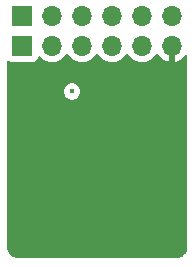
<source format=gbr>
%TF.GenerationSoftware,KiCad,Pcbnew,8.0.8-8.0.8-0~ubuntu24.04.1*%
%TF.CreationDate,2025-03-22T16:56:25+00:00*%
%TF.ProjectId,FSRrayDMUX-ADC,46535272-6179-4444-9d55-582d4144432e,rev?*%
%TF.SameCoordinates,Original*%
%TF.FileFunction,Copper,L3,Inr*%
%TF.FilePolarity,Positive*%
%FSLAX46Y46*%
G04 Gerber Fmt 4.6, Leading zero omitted, Abs format (unit mm)*
G04 Created by KiCad (PCBNEW 8.0.8-8.0.8-0~ubuntu24.04.1) date 2025-03-22 16:56:25*
%MOMM*%
%LPD*%
G01*
G04 APERTURE LIST*
%TA.AperFunction,ComponentPad*%
%ADD10R,1.700000X1.700000*%
%TD*%
%TA.AperFunction,ComponentPad*%
%ADD11O,1.700000X1.700000*%
%TD*%
%TA.AperFunction,ViaPad*%
%ADD12C,0.400000*%
%TD*%
G04 APERTURE END LIST*
D10*
%TO.N,/CS1*%
%TO.C,J1*%
X148500000Y-125500000D03*
D11*
%TO.N,/SCLK*%
X151040000Y-125500000D03*
%TO.N,/MOSI*%
X153580000Y-125500000D03*
%TO.N,/MISO*%
X156120000Y-125500000D03*
%TO.N,/EOC1*%
X158660000Y-125500000D03*
%TO.N,GND*%
X161200000Y-125500000D03*
%TD*%
D10*
%TO.N,/S3*%
%TO.C,J4*%
X148500000Y-122960000D03*
D11*
%TO.N,/S2*%
X151040000Y-122960000D03*
%TO.N,/EN1*%
X153580000Y-122960000D03*
%TO.N,+5V*%
X156120000Y-122960000D03*
%TO.N,/S0*%
X158660000Y-122960000D03*
%TO.N,/S1*%
X161200000Y-122960000D03*
%TD*%
D12*
%TO.N,+5V*%
X152717500Y-129365000D03*
%TO.N,GND*%
X159440000Y-141290000D03*
X148560000Y-141290000D03*
X151280000Y-127100000D03*
%TD*%
%TA.AperFunction,Conductor*%
%TO.N,GND*%
G36*
X161450000Y-126830633D02*
G01*
X161663483Y-126773433D01*
X161663492Y-126773429D01*
X161877578Y-126673600D01*
X162071082Y-126538105D01*
X162238107Y-126371080D01*
X162263925Y-126334209D01*
X162318501Y-126290584D01*
X162388000Y-126283390D01*
X162450355Y-126314912D01*
X162485769Y-126375142D01*
X162489500Y-126405332D01*
X162489500Y-142494587D01*
X162489028Y-142505395D01*
X162475412Y-142661017D01*
X162471659Y-142682303D01*
X162432633Y-142827950D01*
X162425240Y-142848261D01*
X162361517Y-142984915D01*
X162350710Y-143003633D01*
X162264220Y-143127154D01*
X162250326Y-143143712D01*
X162143712Y-143250326D01*
X162127154Y-143264220D01*
X162003633Y-143350710D01*
X161984915Y-143361517D01*
X161848261Y-143425240D01*
X161827950Y-143432633D01*
X161682303Y-143471659D01*
X161661017Y-143475412D01*
X161527247Y-143487116D01*
X161505393Y-143489028D01*
X161494588Y-143489500D01*
X148205412Y-143489500D01*
X148194606Y-143489028D01*
X148169584Y-143486838D01*
X148038982Y-143475412D01*
X148017696Y-143471659D01*
X147872049Y-143432633D01*
X147851738Y-143425240D01*
X147715084Y-143361517D01*
X147696366Y-143350710D01*
X147572845Y-143264220D01*
X147556287Y-143250326D01*
X147449673Y-143143712D01*
X147435779Y-143127154D01*
X147349289Y-143003633D01*
X147338482Y-142984915D01*
X147274759Y-142848261D01*
X147267366Y-142827950D01*
X147228338Y-142682297D01*
X147224587Y-142661016D01*
X147210972Y-142505394D01*
X147210500Y-142494587D01*
X147210500Y-129365000D01*
X152011855Y-129365000D01*
X152032359Y-129533869D01*
X152032360Y-129533874D01*
X152092682Y-129692931D01*
X152154975Y-129783177D01*
X152189317Y-129832929D01*
X152295005Y-129926560D01*
X152316650Y-129945736D01*
X152467273Y-130024789D01*
X152467275Y-130024790D01*
X152632444Y-130065500D01*
X152802556Y-130065500D01*
X152967725Y-130024790D01*
X153047192Y-129983081D01*
X153118349Y-129945736D01*
X153118350Y-129945734D01*
X153118352Y-129945734D01*
X153245683Y-129832929D01*
X153342318Y-129692930D01*
X153402640Y-129533872D01*
X153423145Y-129365000D01*
X153402640Y-129196128D01*
X153342318Y-129037070D01*
X153245683Y-128897071D01*
X153118352Y-128784266D01*
X153118349Y-128784263D01*
X152967726Y-128705210D01*
X152802556Y-128664500D01*
X152632444Y-128664500D01*
X152467273Y-128705210D01*
X152316650Y-128784263D01*
X152189316Y-128897072D01*
X152092682Y-129037068D01*
X152032360Y-129196125D01*
X152032359Y-129196130D01*
X152011855Y-129365000D01*
X147210500Y-129365000D01*
X147210500Y-126893917D01*
X147230185Y-126826878D01*
X147282989Y-126781123D01*
X147352147Y-126771179D01*
X147399258Y-126790695D01*
X147399886Y-126789546D01*
X147407671Y-126793797D01*
X147542517Y-126844091D01*
X147542516Y-126844091D01*
X147549444Y-126844835D01*
X147602127Y-126850500D01*
X149397872Y-126850499D01*
X149457483Y-126844091D01*
X149592331Y-126793796D01*
X149707546Y-126707546D01*
X149793796Y-126592331D01*
X149842810Y-126460916D01*
X149884681Y-126404984D01*
X149950145Y-126380566D01*
X150018418Y-126395417D01*
X150046673Y-126416569D01*
X150168599Y-126538495D01*
X150253679Y-126598069D01*
X150362165Y-126674032D01*
X150362167Y-126674033D01*
X150362170Y-126674035D01*
X150576337Y-126773903D01*
X150576343Y-126773904D01*
X150576344Y-126773905D01*
X150631285Y-126788626D01*
X150804592Y-126835063D01*
X150981034Y-126850500D01*
X151039999Y-126855659D01*
X151040000Y-126855659D01*
X151040001Y-126855659D01*
X151098966Y-126850500D01*
X151275408Y-126835063D01*
X151503663Y-126773903D01*
X151717830Y-126674035D01*
X151911401Y-126538495D01*
X152078495Y-126371401D01*
X152208425Y-126185842D01*
X152263002Y-126142217D01*
X152332500Y-126135023D01*
X152394855Y-126166546D01*
X152411575Y-126185842D01*
X152541278Y-126371078D01*
X152541505Y-126371401D01*
X152708599Y-126538495D01*
X152793679Y-126598069D01*
X152902165Y-126674032D01*
X152902167Y-126674033D01*
X152902170Y-126674035D01*
X153116337Y-126773903D01*
X153116343Y-126773904D01*
X153116344Y-126773905D01*
X153171285Y-126788626D01*
X153344592Y-126835063D01*
X153521034Y-126850500D01*
X153579999Y-126855659D01*
X153580000Y-126855659D01*
X153580001Y-126855659D01*
X153638966Y-126850500D01*
X153815408Y-126835063D01*
X154043663Y-126773903D01*
X154257830Y-126674035D01*
X154451401Y-126538495D01*
X154618495Y-126371401D01*
X154748425Y-126185842D01*
X154803002Y-126142217D01*
X154872500Y-126135023D01*
X154934855Y-126166546D01*
X154951575Y-126185842D01*
X155081278Y-126371078D01*
X155081505Y-126371401D01*
X155248599Y-126538495D01*
X155333679Y-126598069D01*
X155442165Y-126674032D01*
X155442167Y-126674033D01*
X155442170Y-126674035D01*
X155656337Y-126773903D01*
X155656343Y-126773904D01*
X155656344Y-126773905D01*
X155711285Y-126788626D01*
X155884592Y-126835063D01*
X156061034Y-126850500D01*
X156119999Y-126855659D01*
X156120000Y-126855659D01*
X156120001Y-126855659D01*
X156178966Y-126850500D01*
X156355408Y-126835063D01*
X156583663Y-126773903D01*
X156797830Y-126674035D01*
X156991401Y-126538495D01*
X157158495Y-126371401D01*
X157288425Y-126185842D01*
X157343002Y-126142217D01*
X157412500Y-126135023D01*
X157474855Y-126166546D01*
X157491575Y-126185842D01*
X157621278Y-126371078D01*
X157621505Y-126371401D01*
X157788599Y-126538495D01*
X157873679Y-126598069D01*
X157982165Y-126674032D01*
X157982167Y-126674033D01*
X157982170Y-126674035D01*
X158196337Y-126773903D01*
X158196343Y-126773904D01*
X158196344Y-126773905D01*
X158251285Y-126788626D01*
X158424592Y-126835063D01*
X158601034Y-126850500D01*
X158659999Y-126855659D01*
X158660000Y-126855659D01*
X158660001Y-126855659D01*
X158718966Y-126850500D01*
X158895408Y-126835063D01*
X159123663Y-126773903D01*
X159337830Y-126674035D01*
X159531401Y-126538495D01*
X159698495Y-126371401D01*
X159828730Y-126185405D01*
X159883307Y-126141781D01*
X159952805Y-126134587D01*
X160015160Y-126166110D01*
X160031879Y-126185405D01*
X160161890Y-126371078D01*
X160328917Y-126538105D01*
X160522421Y-126673600D01*
X160736507Y-126773429D01*
X160736516Y-126773433D01*
X160950000Y-126830634D01*
X160950000Y-125933012D01*
X161007007Y-125965925D01*
X161134174Y-126000000D01*
X161265826Y-126000000D01*
X161392993Y-125965925D01*
X161450000Y-125933012D01*
X161450000Y-126830633D01*
G37*
%TD.AperFunction*%
%TD*%
M02*

</source>
